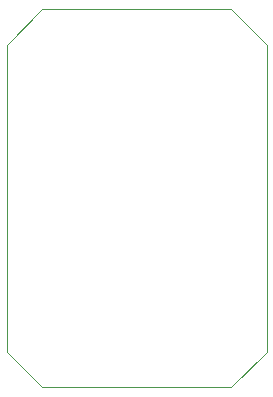
<source format=gbr>
%TF.GenerationSoftware,Altium Limited,Altium Designer,18.1.9 (240)*%
G04 Layer_Color=0*
%FSLAX45Y45*%
%MOMM*%
%TF.FileFunction,Profile,NP*%
%TF.Part,Single*%
G01*
G75*
%TA.AperFunction,Profile*%
%ADD55C,0.02540*%
D55*
X300000D02*
X0Y300000D01*
Y2900000D01*
X300000Y3200000D01*
X1899999D01*
X2200000Y2900001D01*
Y300000D01*
X1900000Y0D01*
X300000D01*
%TF.MD5,c9989e0bcbf5406b84e6a2c691618f74*%
M02*

</source>
